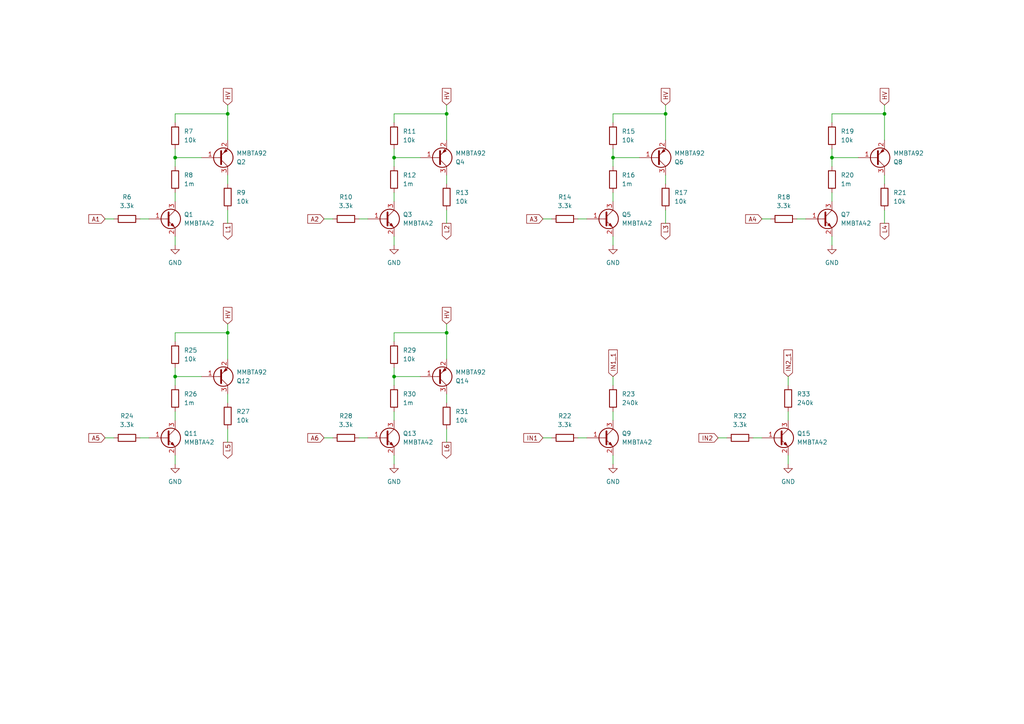
<source format=kicad_sch>
(kicad_sch (version 20230121) (generator eeschema)
  (paper "A4")
  (lib_symbols
    (symbol "Device:R" (pin_numbers hide) (pin_names (offset 0))
      (property "Reference" "R" (at 2.032 0 90))
      (property "Value" "R" (at 0 0 90))
      (symbol "R_0_1"
        (rectangle (start -1.016 -2.54) (end 1.016 2.54) (stroke (width 0.254)))
      )
      (symbol "R_1_1"
        (pin passive line (at 0 3.81 270) (length 1.27) (name "~") (number "1"))
        (pin passive line (at 0 -3.81 90) (length 1.27) (name "~") (number "2"))
      )
    )
    (symbol "Transistor_BJT:MMBTA42" (pin_names (offset 0) hide)
      (property "Reference" "Q" (at 5.08 1.905 0))
      (property "Value" "MMBTA42" (at 5.08 0 0))
      (symbol "MMBTA42_0_1"
        (polyline (pts (xy 0 0) (xy 0.635 0)))
        (polyline (pts (xy 0.635 0.635) (xy 2.54 2.54)))
        (polyline (pts (xy 0.635 -0.635) (xy 2.54 -2.54) (xy 2.54 -2.54)))
        (polyline (pts (xy 0.635 1.905) (xy 0.635 -1.905) (xy 0.635 -1.905)) (stroke (width 0.508)))
        (polyline (pts (xy 1.27 -1.778) (xy 1.778 -1.27) (xy 2.286 -2.286) (xy 1.27 -1.778) (xy 1.27 -1.778)) (fill (type outline)))
        (circle (center 1.27 0) (radius 2.8194) (stroke (width 0.254)))
      )
      (symbol "MMBTA42_1_1"
        (pin input line (at -5.08 0 0) (length 5.08) (name "B") (number "1"))
        (pin passive line (at 2.54 -5.08 90) (length 2.54) (name "E") (number "2"))
        (pin passive line (at 2.54 5.08 270) (length 2.54) (name "C") (number "3"))
      )
    )
    (symbol "Transistor_BJT:MMBTA92" (pin_names (offset 0) hide)
      (property "Reference" "Q" (at 5.08 1.905 0))
      (property "Value" "MMBTA92" (at 5.08 0 0))
      (symbol "MMBTA92_0_1"
        (polyline (pts (xy 0 0) (xy 0.635 0)))
        (polyline (pts (xy 2.54 -2.54) (xy 0.635 -0.635)))
        (polyline (pts (xy 2.54 2.54) (xy 0.635 0.635)))
        (polyline (pts (xy 0.635 1.905) (xy 0.635 -1.905) (xy 0.635 -1.905)) (stroke (width 0.508)) (fill (type outline)))
        (polyline (pts (xy 1.905 -2.413) (xy 2.413 -1.905) (xy 1.397 -1.397) (xy 1.905 -2.413) (xy 1.905 -2.413)) (fill (type outline)))
        (circle (center 1.27 0) (radius 2.8194) (stroke (width 0.254)))
      )
      (symbol "MMBTA92_1_1"
        (pin input line (at -5.08 0 0) (length 5.08) (name "B") (number "1"))
        (pin passive line (at 2.54 -5.08 90) (length 2.54) (name "E") (number "2"))
        (pin passive line (at 2.54 5.08 270) (length 2.54) (name "C") (number "3"))
      )
    )
    (symbol "power:GND" (power) (pin_names (offset 0))
      (property "Value" "GND" (at 0 -3.81 0))
      (symbol "GND_0_1"
        (polyline (pts (xy 0 0) (xy 0 -1.27) (xy 1.27 -1.27) (xy 0 -2.54) (xy -1.27 -1.27) (xy 0 -1.27)))
      )
      (symbol "GND_1_1"
        (pin power_in line (at 0 0 270) (length 0) hide (name "GND") (number "1"))
      )
    )
  )
  (junction (at 193.04 33.02))
  (junction (at 50.8 109.22))
  (junction (at 66.04 33.02))
  (junction (at 256.54 33.02))
  (junction (at 114.3 109.22))
  (junction (at 241.3 45.72))
  (junction (at 114.3 45.72))
  (junction (at 129.54 33.02))
  (junction (at 177.8 45.72))
  (junction (at 66.04 96.52))
  (junction (at 129.54 96.52))
  (junction (at 50.8 45.72))
  (wire (pts (xy 114.3 99.06) (xy 114.3 96.52)))
  (wire (pts (xy 193.04 50.8) (xy 193.04 53.34)))
  (wire (pts (xy 220.98 63.5) (xy 223.52 63.5)))
  (wire (pts (xy 114.3 119.38) (xy 114.3 121.92)))
  (wire (pts (xy 114.3 55.88) (xy 114.3 58.42)))
  (wire (pts (xy 228.6 109.22) (xy 228.6 111.76)))
  (wire (pts (xy 177.8 33.02) (xy 193.04 33.02)))
  (wire (pts (xy 193.04 30.48) (xy 193.04 33.02)))
  (wire (pts (xy 157.48 127) (xy 160.02 127)))
  (wire (pts (xy 114.3 96.52) (xy 129.54 96.52)))
  (wire (pts (xy 177.8 55.88) (xy 177.8 58.42)))
  (wire (pts (xy 129.54 124.46) (xy 129.54 128.27)))
  (wire (pts (xy 129.54 114.3) (xy 129.54 116.84)))
  (wire (pts (xy 129.54 30.48) (xy 129.54 33.02)))
  (wire (pts (xy 50.8 99.06) (xy 50.8 96.52)))
  (wire (pts (xy 50.8 43.18) (xy 50.8 45.72)))
  (wire (pts (xy 114.3 106.68) (xy 114.3 109.22)))
  (wire (pts (xy 93.98 127) (xy 96.52 127)))
  (wire (pts (xy 129.54 93.98) (xy 129.54 96.52)))
  (wire (pts (xy 177.8 45.72) (xy 177.8 48.26)))
  (wire (pts (xy 50.8 45.72) (xy 58.42 45.72)))
  (wire (pts (xy 40.64 127) (xy 43.18 127)))
  (wire (pts (xy 129.54 33.02) (xy 129.54 40.64)))
  (wire (pts (xy 50.8 55.88) (xy 50.8 58.42)))
  (wire (pts (xy 193.04 33.02) (xy 193.04 40.64)))
  (wire (pts (xy 114.3 43.18) (xy 114.3 45.72)))
  (wire (pts (xy 114.3 132.08) (xy 114.3 134.62)))
  (wire (pts (xy 66.04 30.48) (xy 66.04 33.02)))
  (wire (pts (xy 50.8 96.52) (xy 66.04 96.52)))
  (wire (pts (xy 167.64 127) (xy 170.18 127)))
  (wire (pts (xy 50.8 109.22) (xy 58.42 109.22)))
  (wire (pts (xy 256.54 33.02) (xy 256.54 40.64)))
  (wire (pts (xy 66.04 33.02) (xy 66.04 40.64)))
  (wire (pts (xy 50.8 33.02) (xy 66.04 33.02)))
  (wire (pts (xy 241.3 35.56) (xy 241.3 33.02)))
  (wire (pts (xy 177.8 43.18) (xy 177.8 45.72)))
  (wire (pts (xy 104.14 63.5) (xy 106.68 63.5)))
  (wire (pts (xy 241.3 43.18) (xy 241.3 45.72)))
  (wire (pts (xy 177.8 45.72) (xy 185.42 45.72)))
  (wire (pts (xy 50.8 45.72) (xy 50.8 48.26)))
  (wire (pts (xy 66.04 93.98) (xy 66.04 96.52)))
  (wire (pts (xy 177.8 35.56) (xy 177.8 33.02)))
  (wire (pts (xy 50.8 106.68) (xy 50.8 109.22)))
  (wire (pts (xy 66.04 60.96) (xy 66.04 64.77)))
  (wire (pts (xy 177.8 109.22) (xy 177.8 111.76)))
  (wire (pts (xy 241.3 45.72) (xy 241.3 48.26)))
  (wire (pts (xy 228.6 132.08) (xy 228.6 134.62)))
  (wire (pts (xy 114.3 68.58) (xy 114.3 71.12)))
  (wire (pts (xy 167.64 63.5) (xy 170.18 63.5)))
  (wire (pts (xy 256.54 30.48) (xy 256.54 33.02)))
  (wire (pts (xy 40.64 63.5) (xy 43.18 63.5)))
  (wire (pts (xy 50.8 35.56) (xy 50.8 33.02)))
  (wire (pts (xy 50.8 132.08) (xy 50.8 134.62)))
  (wire (pts (xy 256.54 60.96) (xy 256.54 64.77)))
  (wire (pts (xy 241.3 33.02) (xy 256.54 33.02)))
  (wire (pts (xy 66.04 114.3) (xy 66.04 116.84)))
  (wire (pts (xy 177.8 119.38) (xy 177.8 121.92)))
  (wire (pts (xy 177.8 68.58) (xy 177.8 71.12)))
  (wire (pts (xy 30.48 127) (xy 33.02 127)))
  (wire (pts (xy 177.8 132.08) (xy 177.8 134.62)))
  (wire (pts (xy 231.14 63.5) (xy 233.68 63.5)))
  (wire (pts (xy 256.54 50.8) (xy 256.54 53.34)))
  (wire (pts (xy 129.54 60.96) (xy 129.54 64.77)))
  (wire (pts (xy 208.28 127) (xy 210.82 127)))
  (wire (pts (xy 114.3 109.22) (xy 121.92 109.22)))
  (wire (pts (xy 30.48 63.5) (xy 33.02 63.5)))
  (wire (pts (xy 157.48 63.5) (xy 160.02 63.5)))
  (wire (pts (xy 218.44 127) (xy 220.98 127)))
  (wire (pts (xy 129.54 50.8) (xy 129.54 53.34)))
  (wire (pts (xy 66.04 124.46) (xy 66.04 128.27)))
  (wire (pts (xy 104.14 127) (xy 106.68 127)))
  (wire (pts (xy 241.3 68.58) (xy 241.3 71.12)))
  (wire (pts (xy 193.04 60.96) (xy 193.04 64.77)))
  (wire (pts (xy 66.04 96.52) (xy 66.04 104.14)))
  (wire (pts (xy 50.8 119.38) (xy 50.8 121.92)))
  (wire (pts (xy 241.3 45.72) (xy 248.92 45.72)))
  (wire (pts (xy 50.8 109.22) (xy 50.8 111.76)))
  (wire (pts (xy 241.3 55.88) (xy 241.3 58.42)))
  (wire (pts (xy 50.8 68.58) (xy 50.8 71.12)))
  (wire (pts (xy 228.6 119.38) (xy 228.6 121.92)))
  (wire (pts (xy 66.04 50.8) (xy 66.04 53.34)))
  (wire (pts (xy 114.3 109.22) (xy 114.3 111.76)))
  (wire (pts (xy 93.98 63.5) (xy 96.52 63.5)))
  (wire (pts (xy 114.3 45.72) (xy 114.3 48.26)))
  (wire (pts (xy 114.3 33.02) (xy 129.54 33.02)))
  (wire (pts (xy 114.3 45.72) (xy 121.92 45.72)))
  (wire (pts (xy 129.54 96.52) (xy 129.54 104.14)))
  (wire (pts (xy 114.3 35.56) (xy 114.3 33.02)))
  (global_label "L6" (shape output) (at 129.54 128.27 270) (property "Intersheetrefs" "${INTERSHEET_REFS}" (effects hide)))
  (global_label "IN1_1" (shape input) (at 177.8 109.22 90) (property "Intersheetrefs" "${INTERSHEET_REFS}" (effects hide)))
  (global_label "L1" (shape output) (at 66.04 64.77 270) (property "Intersheetrefs" "${INTERSHEET_REFS}" (effects hide)))
  (global_label "L3" (shape output) (at 193.04 64.77 270) (property "Intersheetrefs" "${INTERSHEET_REFS}" (effects hide)))
  (global_label "A1" (shape input) (at 30.48 63.5 180) (property "Intersheetrefs" "${INTERSHEET_REFS}" (effects hide)))
  (global_label "HV" (shape input) (at 129.54 30.48 90) (property "Intersheetrefs" "${INTERSHEET_REFS}" (effects hide)))
  (global_label "HV" (shape input) (at 193.04 30.48 90) (property "Intersheetrefs" "${INTERSHEET_REFS}" (effects hide)))
  (global_label "L4" (shape output) (at 256.54 64.77 270) (property "Intersheetrefs" "${INTERSHEET_REFS}" (effects hide)))
  (global_label "A2" (shape input) (at 93.98 63.5 180) (property "Intersheetrefs" "${INTERSHEET_REFS}" (effects hide)))
  (global_label "IN1" (shape input) (at 157.48 127 180) (property "Intersheetrefs" "${INTERSHEET_REFS}" (effects hide)))
  (global_label "L2" (shape output) (at 129.54 64.77 270) (property "Intersheetrefs" "${INTERSHEET_REFS}" (effects hide)))
  (global_label "HV" (shape input) (at 256.54 30.48 90) (property "Intersheetrefs" "${INTERSHEET_REFS}" (effects hide)))
  (global_label "HV" (shape input) (at 66.04 30.48 90) (property "Intersheetrefs" "${INTERSHEET_REFS}" (effects hide)))
  (global_label "HV" (shape input) (at 129.54 93.98 90) (property "Intersheetrefs" "${INTERSHEET_REFS}" (effects hide)))
  (global_label "IN2" (shape input) (at 208.28 127 180) (property "Intersheetrefs" "${INTERSHEET_REFS}" (effects hide)))
  (global_label "A6" (shape input) (at 93.98 127 180) (property "Intersheetrefs" "${INTERSHEET_REFS}" (effects hide)))
  (global_label "HV" (shape input) (at 66.04 93.98 90) (property "Intersheetrefs" "${INTERSHEET_REFS}" (effects hide)))
  (global_label "L5" (shape output) (at 66.04 128.27 270) (property "Intersheetrefs" "${INTERSHEET_REFS}" (effects hide)))
  (global_label "IN2_1" (shape input) (at 228.6 109.22 90) (property "Intersheetrefs" "${INTERSHEET_REFS}" (effects hide)))
  (global_label "A5" (shape input) (at 30.48 127 180) (property "Intersheetrefs" "${INTERSHEET_REFS}" (effects hide)))
  (global_label "A4" (shape input) (at 220.98 63.5 180) (property "Intersheetrefs" "${INTERSHEET_REFS}" (effects hide)))
  (global_label "A3" (shape input) (at 157.48 63.5 180) (property "Intersheetrefs" "${INTERSHEET_REFS}" (effects hide)))
  (symbol (lib_id "Device:R") (at 50.8 115.57 180) (unit 1)
    (property "Reference" "R26" (at 53.34 114.3 0) (effects (justify right)))
    (property "Value" "1m" (at 53.34 116.84 0) (effects (justify right)))
    (property "Footprint" "Resistor_SMD:R_0805_2012Metric_Pad1.20x1.40mm_HandSolder" (effects hide))
  )
  (symbol (lib_id "Device:R") (at 177.8 52.07 180) (unit 1)
    (property "Reference" "R16" (at 180.34 50.8 0) (effects (justify right)))
    (property "Value" "1m" (at 180.34 53.34 0) (effects (justify right)))
    (property "Footprint" "Resistor_SMD:R_0805_2012Metric_Pad1.20x1.40mm_HandSolder" (effects hide))
  )
  (symbol (lib_id "Transistor_BJT:MMBTA42") (at 175.26 127 0) (unit 1)
    (property "Reference" "Q9" (at 180.34 125.73 0) (effects (justify left)))
    (property "Value" "MMBTA42" (at 180.34 128.27 0) (effects (justify left)))
    (property "Footprint" "Package_TO_SOT_SMD:SOT-23" (effects hide))
    (property "Datasheet" "https://www.onsemi.com/pub/Collateral/MMBTA42LT1-D.PDF" (effects hide))
  )
  (symbol (lib_id "Transistor_BJT:MMBTA92") (at 127 109.22 0) (mirror x) (unit 1)
    (property "Reference" "Q14" (at 132.08 110.49 0) (effects (justify left)))
    (property "Value" "MMBTA92" (at 132.08 107.95 0) (effects (justify left)))
    (property "Footprint" "Package_TO_SOT_SMD:SOT-23" (effects hide))
    (property "Datasheet" "https://www.onsemi.com/pub/Collateral/MMBTA92LT1-D.PDF" (effects hide))
  )
  (symbol (lib_id "Device:R") (at 129.54 120.65 180) (unit 1)
    (property "Reference" "R31" (at 132.08 119.38 0) (effects (justify right)))
    (property "Value" "10k" (at 132.08 121.92 0) (effects (justify right)))
    (property "Footprint" "Resistor_SMD:R_0805_2012Metric_Pad1.20x1.40mm_HandSolder" (effects hide))
  )
  (symbol (lib_id "Device:R") (at 50.8 102.87 180) (unit 1)
    (property "Reference" "R25" (at 53.34 101.6 0) (effects (justify right)))
    (property "Value" "10k" (at 53.34 104.14 0) (effects (justify right)))
    (property "Footprint" "Resistor_SMD:R_0805_2012Metric_Pad1.20x1.40mm_HandSolder" (effects hide))
  )
  (symbol (lib_id "power:GND") (at 50.8 134.62 0) (unit 1)
    (property "Reference" "#PWR033" (effects hide))
    (property "Value" "GND" (at 50.8 139.7 0))
  )
  (symbol (lib_id "Transistor_BJT:MMBTA42") (at 48.26 63.5 0) (unit 1)
    (property "Reference" "Q1" (at 53.34 62.23 0) (effects (justify left)))
    (property "Value" "MMBTA42" (at 53.34 64.77 0) (effects (justify left)))
    (property "Footprint" "Package_TO_SOT_SMD:SOT-23" (effects hide))
    (property "Datasheet" "https://www.onsemi.com/pub/Collateral/MMBTA42LT1-D.PDF" (effects hide))
  )
  (symbol (lib_id "Transistor_BJT:MMBTA42") (at 111.76 63.5 0) (unit 1)
    (property "Reference" "Q3" (at 116.84 62.23 0) (effects (justify left)))
    (property "Value" "MMBTA42" (at 116.84 64.77 0) (effects (justify left)))
    (property "Footprint" "Package_TO_SOT_SMD:SOT-23" (effects hide))
    (property "Datasheet" "https://www.onsemi.com/pub/Collateral/MMBTA42LT1-D.PDF" (effects hide))
  )
  (symbol (lib_id "Transistor_BJT:MMBTA92") (at 254 45.72 0) (mirror x) (unit 1)
    (property "Reference" "Q8" (at 259.08 46.99 0) (effects (justify left)))
    (property "Value" "MMBTA92" (at 259.08 44.45 0) (effects (justify left)))
    (property "Footprint" "Package_TO_SOT_SMD:SOT-23" (effects hide))
    (property "Datasheet" "https://www.onsemi.com/pub/Collateral/MMBTA92LT1-D.PDF" (effects hide))
  )
  (symbol (lib_id "Transistor_BJT:MMBTA42") (at 48.26 127 0) (unit 1)
    (property "Reference" "Q11" (at 53.34 125.73 0) (effects (justify left)))
    (property "Value" "MMBTA42" (at 53.34 128.27 0) (effects (justify left)))
    (property "Footprint" "Package_TO_SOT_SMD:SOT-23" (effects hide))
    (property "Datasheet" "https://www.onsemi.com/pub/Collateral/MMBTA42LT1-D.PDF" (effects hide))
  )
  (symbol (lib_id "power:GND") (at 228.6 134.62 0) (unit 1)
    (property "Reference" "#PWR035" (effects hide))
    (property "Value" "GND" (at 228.6 139.7 0))
  )
  (symbol (lib_id "Device:R") (at 66.04 57.15 180) (unit 1)
    (property "Reference" "R9" (at 68.58 55.88 0) (effects (justify right)))
    (property "Value" "10k" (at 68.58 58.42 0) (effects (justify right)))
    (property "Footprint" "Resistor_SMD:R_0805_2012Metric_Pad1.20x1.40mm_HandSolder" (effects hide))
  )
  (symbol (lib_id "Device:R") (at 241.3 52.07 180) (unit 1)
    (property "Reference" "R20" (at 243.84 50.8 0) (effects (justify right)))
    (property "Value" "1m" (at 243.84 53.34 0) (effects (justify right)))
    (property "Footprint" "Resistor_SMD:R_0805_2012Metric_Pad1.20x1.40mm_HandSolder" (effects hide))
  )
  (symbol (lib_id "Device:R") (at 163.83 63.5 90) (unit 1)
    (property "Reference" "R14" (at 163.83 57.15 90))
    (property "Value" "3.3k" (at 163.83 59.69 90))
    (property "Footprint" "Resistor_SMD:R_0805_2012Metric_Pad1.20x1.40mm_HandSolder" (effects hide))
  )
  (symbol (lib_id "Device:R") (at 256.54 57.15 180) (unit 1)
    (property "Reference" "R21" (at 259.08 55.88 0) (effects (justify right)))
    (property "Value" "10k" (at 259.08 58.42 0) (effects (justify right)))
    (property "Footprint" "Resistor_SMD:R_0805_2012Metric_Pad1.20x1.40mm_HandSolder" (effects hide))
  )
  (symbol (lib_id "Device:R") (at 114.3 102.87 180) (unit 1)
    (property "Reference" "R29" (at 116.84 101.6 0) (effects (justify right)))
    (property "Value" "10k" (at 116.84 104.14 0) (effects (justify right)))
    (property "Footprint" "Resistor_SMD:R_0805_2012Metric_Pad1.20x1.40mm_HandSolder" (effects hide))
  )
  (symbol (lib_id "Device:R") (at 227.33 63.5 90) (unit 1)
    (property "Reference" "R18" (at 227.33 57.15 90))
    (property "Value" "3.3k" (at 227.33 59.69 90))
    (property "Footprint" "Resistor_SMD:R_0805_2012Metric_Pad1.20x1.40mm_HandSolder" (effects hide))
  )
  (symbol (lib_id "Transistor_BJT:MMBTA42") (at 111.76 127 0) (unit 1)
    (property "Reference" "Q13" (at 116.84 125.73 0) (effects (justify left)))
    (property "Value" "MMBTA42" (at 116.84 128.27 0) (effects (justify left)))
    (property "Footprint" "Package_TO_SOT_SMD:SOT-23" (effects hide))
    (property "Datasheet" "https://www.onsemi.com/pub/Collateral/MMBTA42LT1-D.PDF" (effects hide))
  )
  (symbol (lib_id "Device:R") (at 241.3 39.37 180) (unit 1)
    (property "Reference" "R19" (at 243.84 38.1 0) (effects (justify right)))
    (property "Value" "10k" (at 243.84 40.64 0) (effects (justify right)))
    (property "Footprint" "Resistor_SMD:R_0805_2012Metric_Pad1.20x1.40mm_HandSolder" (effects hide))
  )
  (symbol (lib_id "Transistor_BJT:MMBTA92") (at 190.5 45.72 0) (mirror x) (unit 1)
    (property "Reference" "Q6" (at 195.58 46.99 0) (effects (justify left)))
    (property "Value" "MMBTA92" (at 195.58 44.45 0) (effects (justify left)))
    (property "Footprint" "Package_TO_SOT_SMD:SOT-23" (effects hide))
    (property "Datasheet" "https://www.onsemi.com/pub/Collateral/MMBTA92LT1-D.PDF" (effects hide))
  )
  (symbol (lib_id "Device:R") (at 100.33 127 90) (unit 1)
    (property "Reference" "R28" (at 100.33 120.65 90))
    (property "Value" "3.3k" (at 100.33 123.19 90))
    (property "Footprint" "Resistor_SMD:R_0805_2012Metric_Pad1.20x1.40mm_HandSolder" (effects hide))
  )
  (symbol (lib_id "power:GND") (at 241.3 71.12 0) (unit 1)
    (property "Reference" "#PWR018" (effects hide))
    (property "Value" "GND" (at 241.3 76.2 0))
  )
  (symbol (lib_id "Transistor_BJT:MMBTA92") (at 127 45.72 0) (mirror x) (unit 1)
    (property "Reference" "Q4" (at 132.08 46.99 0) (effects (justify left)))
    (property "Value" "MMBTA92" (at 132.08 44.45 0) (effects (justify left)))
    (property "Footprint" "Package_TO_SOT_SMD:SOT-23" (effects hide))
    (property "Datasheet" "https://www.onsemi.com/pub/Collateral/MMBTA92LT1-D.PDF" (effects hide))
  )
  (symbol (lib_id "Device:R") (at 193.04 57.15 180) (unit 1)
    (property "Reference" "R17" (at 195.58 55.88 0) (effects (justify right)))
    (property "Value" "10k" (at 195.58 58.42 0) (effects (justify right)))
    (property "Footprint" "Resistor_SMD:R_0805_2012Metric_Pad1.20x1.40mm_HandSolder" (effects hide))
  )
  (symbol (lib_id "power:GND") (at 177.8 134.62 0) (unit 1)
    (property "Reference" "#PWR021" (effects hide))
    (property "Value" "GND" (at 177.8 139.7 0))
  )
  (symbol (lib_id "Device:R") (at 214.63 127 90) (unit 1)
    (property "Reference" "R32" (at 214.63 120.65 90))
    (property "Value" "3.3k" (at 214.63 123.19 90))
    (property "Footprint" "Resistor_SMD:R_0805_2012Metric_Pad1.20x1.40mm_HandSolder" (effects hide))
  )
  (symbol (lib_id "Device:R") (at 50.8 52.07 180) (unit 1)
    (property "Reference" "R8" (at 53.34 50.8 0) (effects (justify right)))
    (property "Value" "1m" (at 53.34 53.34 0) (effects (justify right)))
    (property "Footprint" "Resistor_SMD:R_0805_2012Metric_Pad1.20x1.40mm_HandSolder" (effects hide))
  )
  (symbol (lib_id "Device:R") (at 114.3 39.37 180) (unit 1)
    (property "Reference" "R11" (at 116.84 38.1 0) (effects (justify right)))
    (property "Value" "10k" (at 116.84 40.64 0) (effects (justify right)))
    (property "Footprint" "Resistor_SMD:R_0805_2012Metric_Pad1.20x1.40mm_HandSolder" (effects hide))
  )
  (symbol (lib_id "Device:R") (at 177.8 115.57 180) (unit 1)
    (property "Reference" "R23" (at 180.34 114.3 0) (effects (justify right)))
    (property "Value" "240k" (at 180.34 116.84 0) (effects (justify right)))
    (property "Footprint" "Resistor_SMD:R_0805_2012Metric_Pad1.20x1.40mm_HandSolder" (effects hide))
  )
  (symbol (lib_id "Transistor_BJT:MMBTA42") (at 238.76 63.5 0) (unit 1)
    (property "Reference" "Q7" (at 243.84 62.23 0) (effects (justify left)))
    (property "Value" "MMBTA42" (at 243.84 64.77 0) (effects (justify left)))
    (property "Footprint" "Package_TO_SOT_SMD:SOT-23" (effects hide))
    (property "Datasheet" "https://www.onsemi.com/pub/Collateral/MMBTA42LT1-D.PDF" (effects hide))
  )
  (symbol (lib_id "Device:R") (at 177.8 39.37 180) (unit 1)
    (property "Reference" "R15" (at 180.34 38.1 0) (effects (justify right)))
    (property "Value" "10k" (at 180.34 40.64 0) (effects (justify right)))
    (property "Footprint" "Resistor_SMD:R_0805_2012Metric_Pad1.20x1.40mm_HandSolder" (effects hide))
  )
  (symbol (lib_id "power:GND") (at 114.3 134.62 0) (unit 1)
    (property "Reference" "#PWR034" (effects hide))
    (property "Value" "GND" (at 114.3 139.7 0))
  )
  (symbol (lib_id "Transistor_BJT:MMBTA42") (at 226.06 127 0) (unit 1)
    (property "Reference" "Q15" (at 231.14 125.73 0) (effects (justify left)))
    (property "Value" "MMBTA42" (at 231.14 128.27 0) (effects (justify left)))
    (property "Footprint" "Package_TO_SOT_SMD:SOT-23" (effects hide))
    (property "Datasheet" "https://www.onsemi.com/pub/Collateral/MMBTA42LT1-D.PDF" (effects hide))
  )
  (symbol (lib_id "Device:R") (at 129.54 57.15 180) (unit 1)
    (property "Reference" "R13" (at 132.08 55.88 0) (effects (justify right)))
    (property "Value" "10k" (at 132.08 58.42 0) (effects (justify right)))
    (property "Footprint" "Resistor_SMD:R_0805_2012Metric_Pad1.20x1.40mm_HandSolder" (effects hide))
  )
  (symbol (lib_id "power:GND") (at 50.8 71.12 0) (unit 1)
    (property "Reference" "#PWR015" (effects hide))
    (property "Value" "GND" (at 50.8 76.2 0))
  )
  (symbol (lib_id "Device:R") (at 36.83 63.5 90) (unit 1)
    (property "Reference" "R6" (at 36.83 57.15 90))
    (property "Value" "3.3k" (at 36.83 59.69 90))
    (property "Footprint" "Resistor_SMD:R_0805_2012Metric_Pad1.20x1.40mm_HandSolder" (effects hide))
  )
  (symbol (lib_id "Device:R") (at 163.83 127 90) (unit 1)
    (property "Reference" "R22" (at 163.83 120.65 90))
    (property "Value" "3.3k" (at 163.83 123.19 90))
    (property "Footprint" "Resistor_SMD:R_0805_2012Metric_Pad1.20x1.40mm_HandSolder" (effects hide))
  )
  (symbol (lib_id "Device:R") (at 50.8 39.37 180) (unit 1)
    (property "Reference" "R7" (at 53.34 38.1 0) (effects (justify right)))
    (property "Value" "10k" (at 53.34 40.64 0) (effects (justify right)))
    (property "Footprint" "Resistor_SMD:R_0805_2012Metric_Pad1.20x1.40mm_HandSolder" (effects hide))
  )
  (symbol (lib_id "Device:R") (at 114.3 115.57 180) (unit 1)
    (property "Reference" "R30" (at 116.84 114.3 0) (effects (justify right)))
    (property "Value" "1m" (at 116.84 116.84 0) (effects (justify right)))
    (property "Footprint" "Resistor_SMD:R_0805_2012Metric_Pad1.20x1.40mm_HandSolder" (effects hide))
  )
  (symbol (lib_id "Transistor_BJT:MMBTA92") (at 63.5 45.72 0) (mirror x) (unit 1)
    (property "Reference" "Q2" (at 68.58 46.99 0) (effects (justify left)))
    (property "Value" "MMBTA92" (at 68.58 44.45 0) (effects (justify left)))
    (property "Footprint" "Package_TO_SOT_SMD:SOT-23" (effects hide))
    (property "Datasheet" "https://www.onsemi.com/pub/Collateral/MMBTA92LT1-D.PDF" (effects hide))
  )
  (symbol (lib_id "power:GND") (at 177.8 71.12 0) (unit 1)
    (property "Reference" "#PWR017" (effects hide))
    (property "Value" "GND" (at 177.8 76.2 0))
  )
  (symbol (lib_id "Device:R") (at 100.33 63.5 90) (unit 1)
    (property "Reference" "R10" (at 100.33 57.15 90))
    (property "Value" "3.3k" (at 100.33 59.69 90))
    (property "Footprint" "Resistor_SMD:R_0805_2012Metric_Pad1.20x1.40mm_HandSolder" (effects hide))
  )
  (symbol (lib_id "Transistor_BJT:MMBTA92") (at 63.5 109.22 0) (mirror x) (unit 1)
    (property "Reference" "Q12" (at 68.58 110.49 0) (effects (justify left)))
    (property "Value" "MMBTA92" (at 68.58 107.95 0) (effects (justify left)))
    (property "Footprint" "Package_TO_SOT_SMD:SOT-23" (effects hide))
    (property "Datasheet" "https://www.onsemi.com/pub/Collateral/MMBTA92LT1-D.PDF" (effects hide))
  )
  (symbol (lib_id "Device:R") (at 114.3 52.07 180) (unit 1)
    (property "Reference" "R12" (at 116.84 50.8 0) (effects (justify right)))
    (property "Value" "1m" (at 116.84 53.34 0) (effects (justify right)))
    (property "Footprint" "Resistor_SMD:R_0805_2012Metric_Pad1.20x1.40mm_HandSolder" (effects hide))
  )
  (symbol (lib_id "Device:R") (at 228.6 115.57 180) (unit 1)
    (property "Reference" "R33" (at 231.14 114.3 0) (effects (justify right)))
    (property "Value" "240k" (at 231.14 116.84 0) (effects (justify right)))
    (property "Footprint" "Resistor_SMD:R_0805_2012Metric_Pad1.20x1.40mm_HandSolder" (effects hide))
  )
  (symbol (lib_id "Transistor_BJT:MMBTA42") (at 175.26 63.5 0) (unit 1)
    (property "Reference" "Q5" (at 180.34 62.23 0) (effects (justify left)))
    (property "Value" "MMBTA42" (at 180.34 64.77 0) (effects (justify left)))
    (property "Footprint" "Package_TO_SOT_SMD:SOT-23" (effects hide))
    (property "Datasheet" "https://www.onsemi.com/pub/Collateral/MMBTA42LT1-D.PDF" (effects hide))
  )
  (symbol (lib_id "power:GND") (at 114.3 71.12 0) (unit 1)
    (property "Reference" "#PWR016" (effects hide))
    (property "Value" "GND" (at 114.3 76.2 0))
  )
  (symbol (lib_id "Device:R") (at 36.83 127 90) (unit 1)
    (property "Reference" "R24" (at 36.83 120.65 90))
    (property "Value" "3.3k" (at 36.83 123.19 90))
    (property "Footprint" "Resistor_SMD:R_0805_2012Metric_Pad1.20x1.40mm_HandSolder" (effects hide))
  )
  (symbol (lib_id "Device:R") (at 66.04 120.65 180) (unit 1)
    (property "Reference" "R27" (at 68.58 119.38 0) (effects (justify right)))
    (property "Value" "10k" (at 68.58 121.92 0) (effects (justify right)))
    (property "Footprint" "Resistor_SMD:R_0805_2012Metric_Pad1.20x1.40mm_HandSolder" (effects hide))
  )
)
</source>
